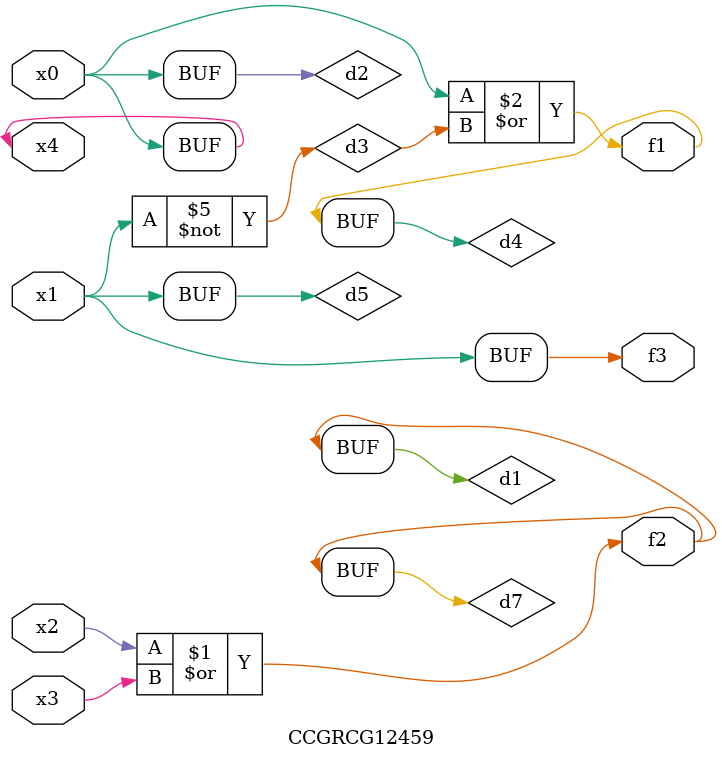
<source format=v>
module CCGRCG12459(
	input x0, x1, x2, x3, x4,
	output f1, f2, f3
);

	wire d1, d2, d3, d4, d5, d6, d7;

	or (d1, x2, x3);
	buf (d2, x0, x4);
	not (d3, x1);
	or (d4, d2, d3);
	not (d5, d3);
	nand (d6, d1, d3);
	or (d7, d1);
	assign f1 = d4;
	assign f2 = d7;
	assign f3 = d5;
endmodule

</source>
